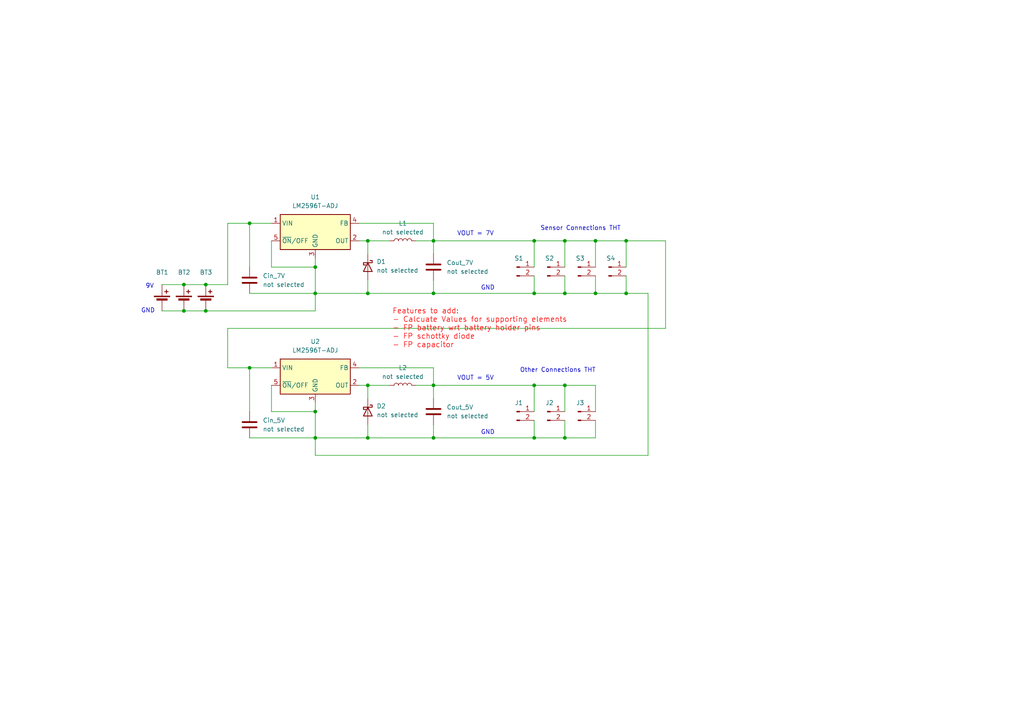
<source format=kicad_sch>
(kicad_sch (version 20231120) (generator "eeschema") (generator_version "8.0")
  (paper "A4")
  (lib_symbols
    (symbol "Connector:Conn_01x02_Pin" (pin_names (offset 1.016) hide)
      (property "Reference" "J" (at 0 2.54 0))
      (property "Value" "Conn_01x02_Pin" (at 0 -5.08 0))
      (symbol "Conn_01x02_Pin_1_1"
        (polyline (pts (xy 1.27 -2.54) (xy 0.8636 -2.54)) (stroke (width 0.1524)))
        (polyline (pts (xy 1.27 0) (xy 0.8636 0)) (stroke (width 0.1524)))
        (rectangle (start 0.8636 -2.413) (end 0 -2.667) (stroke (width 0.1524)) (fill (type outline)))
        (rectangle (start 0.8636 0.127) (end 0 -0.127) (stroke (width 0.1524)) (fill (type outline)))
        (pin passive line (at 5.08 0 180) (length 3.81) (name "Pin_1") (number "1"))
        (pin passive line (at 5.08 -2.54 180) (length 3.81) (name "Pin_2") (number "2"))
      )
    )
    (symbol "Device:Battery_Cell" (pin_numbers hide) (pin_names (offset 0) hide)
      (property "Reference" "BT" (at 2.54 2.54 0))
      (property "Value" "Battery_Cell" (at 2.54 0 0))
      (symbol "Battery_Cell_0_1"
        (rectangle (start -2.286 1.778) (end 2.286 1.524) (fill (type outline)))
        (rectangle (start -1.524 1.016) (end 1.524 0.508) (fill (type outline)))
        (polyline (pts (xy 0 0.762) (xy 0 0)))
        (polyline (pts (xy 0 1.778) (xy 0 2.54)))
        (polyline (pts (xy 0.762 3.048) (xy 1.778 3.048)) (stroke (width 0.254)))
        (polyline (pts (xy 1.27 3.556) (xy 1.27 2.54)) (stroke (width 0.254)))
      )
      (symbol "Battery_Cell_1_1"
        (pin passive line (at 0 5.08 270) (length 2.54) (name "+") (number "1"))
        (pin passive line (at 0 -2.54 90) (length 2.54) (name "-") (number "2"))
      )
    )
    (symbol "Device:C" (pin_numbers hide) (pin_names (offset 0.254))
      (property "Reference" "C" (at 0.635 2.54 0))
      (property "Value" "C" (at 0.635 -2.54 0))
      (symbol "C_0_1"
        (polyline (pts (xy -2.032 -0.762) (xy 2.032 -0.762)) (stroke (width 0.508)))
        (polyline (pts (xy -2.032 0.762) (xy 2.032 0.762)) (stroke (width 0.508)))
      )
      (symbol "C_1_1"
        (pin passive line (at 0 3.81 270) (length 2.794) (name "~") (number "1"))
        (pin passive line (at 0 -3.81 90) (length 2.794) (name "~") (number "2"))
      )
    )
    (symbol "Device:D_Schottky" (pin_numbers hide) (pin_names (offset 1.016) hide)
      (property "Reference" "D" (at 0 2.54 0))
      (property "Value" "D_Schottky" (at 0 -2.54 0))
      (symbol "D_Schottky_0_1"
        (polyline (pts (xy 1.27 0) (xy -1.27 0)))
        (polyline (pts (xy 1.27 1.27) (xy 1.27 -1.27) (xy -1.27 0) (xy 1.27 1.27)) (stroke (width 0.254)))
        (polyline (pts (xy -1.905 0.635) (xy -1.905 1.27) (xy -1.27 1.27) (xy -1.27 -1.27) (xy -0.635 -1.27) (xy -0.635 -0.635)) (stroke (width 0.254)))
      )
      (symbol "D_Schottky_1_1"
        (pin passive line (at -3.81 0 0) (length 2.54) (name "K") (number "1"))
        (pin passive line (at 3.81 0 180) (length 2.54) (name "A") (number "2"))
      )
    )
    (symbol "Device:L" (pin_numbers hide) (pin_names (offset 1.016) hide)
      (property "Reference" "L" (at -1.27 0 90))
      (property "Value" "L" (at 1.905 0 90))
      (symbol "L_0_1"
        (arc (start 0 -2.54) (mid 0.6323 -1.905) (end 0 -1.27))
        (arc (start 0 -1.27) (mid 0.6323 -0.635) (end 0 0))
        (arc (start 0 0) (mid 0.6323 0.635) (end 0 1.27))
        (arc (start 0 1.27) (mid 0.6323 1.905) (end 0 2.54))
      )
      (symbol "L_1_1"
        (pin passive line (at 0 3.81 270) (length 1.27) (name "1") (number "1"))
        (pin passive line (at 0 -3.81 90) (length 1.27) (name "2") (number "2"))
      )
    )
    (symbol "Regulator_Switching:LM2596T-ADJ"
      (property "Reference" "U" (at -10.16 6.35 0))
      (property "Value" "LM2596T-ADJ" (at 0 6.35 0))
      (symbol "LM2596T-ADJ_0_1"
        (rectangle (start -10.16 5.08) (end 10.16 -5.08) (stroke (width 0.254)) (fill (type background)))
      )
      (symbol "LM2596T-ADJ_1_1"
        (pin power_in line (at -12.7 2.54 0) (length 2.54) (name "VIN") (number "1"))
        (pin output line (at 12.7 -2.54 180) (length 2.54) (name "OUT") (number "2"))
        (pin power_in line (at 0 -7.62 90) (length 2.54) (name "GND") (number "3"))
        (pin input line (at 12.7 2.54 180) (length 2.54) (name "FB") (number "4"))
        (pin input line (at -12.7 -2.54 0) (length 2.54) (name "~{ON}/OFF") (number "5"))
      )
    )
  )
  (junction (at 154.94 69.85))
  (junction (at 163.83 85.09))
  (junction (at 106.68 69.85))
  (junction (at 154.94 111.76))
  (junction (at 125.73 111.76))
  (junction (at 125.73 127))
  (junction (at 106.68 127))
  (junction (at 163.83 111.76))
  (junction (at 91.44 127))
  (junction (at 72.39 106.68))
  (junction (at 72.39 64.77))
  (junction (at 53.34 90.17))
  (junction (at 106.68 111.76))
  (junction (at 91.44 77.47))
  (junction (at 125.73 69.85))
  (junction (at 181.61 85.09))
  (junction (at 163.83 127))
  (junction (at 125.73 85.09))
  (junction (at 91.44 119.38))
  (junction (at 106.68 85.09))
  (junction (at 181.61 69.85))
  (junction (at 154.94 85.09))
  (junction (at 59.69 90.17))
  (junction (at 172.72 85.09))
  (junction (at 53.34 82.55))
  (junction (at 163.83 69.85))
  (junction (at 91.44 85.09))
  (junction (at 172.72 69.85))
  (junction (at 59.69 82.55))
  (junction (at 154.94 127))
  (wire (pts (xy 172.72 127) (xy 172.72 121.92)))
  (wire (pts (xy 181.61 85.09) (xy 181.61 80.01)))
  (wire (pts (xy 163.83 127) (xy 163.83 121.92)))
  (wire (pts (xy 91.44 85.09) (xy 91.44 90.17)))
  (wire (pts (xy 154.94 69.85) (xy 154.94 77.47)))
  (wire (pts (xy 91.44 119.38) (xy 91.44 127)))
  (wire (pts (xy 120.65 111.76) (xy 125.73 111.76)))
  (wire (pts (xy 91.44 116.84) (xy 91.44 119.38)))
  (wire (pts (xy 91.44 132.08) (xy 187.96 132.08)))
  (wire (pts (xy 46.99 90.17) (xy 53.34 90.17)))
  (wire (pts (xy 172.72 69.85) (xy 172.72 77.47)))
  (wire (pts (xy 78.74 119.38) (xy 91.44 119.38)))
  (wire (pts (xy 125.73 81.28) (xy 125.73 85.09)))
  (wire (pts (xy 193.04 69.85) (xy 181.61 69.85)))
  (wire (pts (xy 125.73 127) (xy 106.68 127)))
  (wire (pts (xy 104.14 64.77) (xy 125.73 64.77)))
  (wire (pts (xy 72.39 64.77) (xy 78.74 64.77)))
  (wire (pts (xy 125.73 123.19) (xy 125.73 127)))
  (wire (pts (xy 91.44 90.17) (xy 59.69 90.17)))
  (wire (pts (xy 125.73 69.85) (xy 154.94 69.85)))
  (wire (pts (xy 125.73 111.76) (xy 154.94 111.76)))
  (wire (pts (xy 78.74 77.47) (xy 91.44 77.47)))
  (wire (pts (xy 154.94 111.76) (xy 163.83 111.76)))
  (wire (pts (xy 125.73 85.09) (xy 154.94 85.09)))
  (wire (pts (xy 163.83 69.85) (xy 172.72 69.85)))
  (wire (pts (xy 66.04 106.68) (xy 66.04 95.25)))
  (wire (pts (xy 66.04 64.77) (xy 66.04 82.55)))
  (wire (pts (xy 53.34 82.55) (xy 59.69 82.55)))
  (wire (pts (xy 46.99 82.55) (xy 53.34 82.55)))
  (wire (pts (xy 53.34 90.17) (xy 59.69 90.17)))
  (wire (pts (xy 106.68 127) (xy 91.44 127)))
  (wire (pts (xy 106.68 81.28) (xy 106.68 85.09)))
  (wire (pts (xy 172.72 85.09) (xy 172.72 80.01)))
  (wire (pts (xy 154.94 80.01) (xy 154.94 85.09)))
  (wire (pts (xy 113.03 69.85) (xy 106.68 69.85)))
  (wire (pts (xy 120.65 69.85) (xy 125.73 69.85)))
  (wire (pts (xy 104.14 69.85) (xy 106.68 69.85)))
  (wire (pts (xy 163.83 111.76) (xy 163.83 119.38)))
  (wire (pts (xy 78.74 111.76) (xy 78.74 119.38)))
  (wire (pts (xy 66.04 64.77) (xy 72.39 64.77)))
  (wire (pts (xy 91.44 127) (xy 91.44 132.08)))
  (wire (pts (xy 125.73 106.68) (xy 125.73 111.76)))
  (wire (pts (xy 193.04 95.25) (xy 193.04 69.85)))
  (wire (pts (xy 72.39 106.68) (xy 78.74 106.68)))
  (wire (pts (xy 163.83 85.09) (xy 163.83 80.01)))
  (wire (pts (xy 163.83 111.76) (xy 172.72 111.76)))
  (wire (pts (xy 125.73 64.77) (xy 125.73 69.85)))
  (wire (pts (xy 106.68 111.76) (xy 106.68 115.57)))
  (wire (pts (xy 66.04 82.55) (xy 59.69 82.55)))
  (wire (pts (xy 106.68 123.19) (xy 106.68 127)))
  (wire (pts (xy 163.83 69.85) (xy 163.83 77.47)))
  (wire (pts (xy 113.03 111.76) (xy 106.68 111.76)))
  (wire (pts (xy 154.94 121.92) (xy 154.94 127)))
  (wire (pts (xy 172.72 69.85) (xy 181.61 69.85)))
  (wire (pts (xy 66.04 95.25) (xy 193.04 95.25)))
  (wire (pts (xy 72.39 85.09) (xy 91.44 85.09)))
  (wire (pts (xy 163.83 85.09) (xy 172.72 85.09)))
  (wire (pts (xy 72.39 64.77) (xy 72.39 77.47)))
  (wire (pts (xy 154.94 85.09) (xy 163.83 85.09)))
  (wire (pts (xy 172.72 85.09) (xy 181.61 85.09)))
  (wire (pts (xy 172.72 111.76) (xy 172.72 119.38)))
  (wire (pts (xy 154.94 127) (xy 163.83 127)))
  (wire (pts (xy 106.68 85.09) (xy 91.44 85.09)))
  (wire (pts (xy 154.94 69.85) (xy 163.83 69.85)))
  (wire (pts (xy 104.14 106.68) (xy 125.73 106.68)))
  (wire (pts (xy 91.44 77.47) (xy 91.44 85.09)))
  (wire (pts (xy 125.73 111.76) (xy 125.73 115.57)))
  (wire (pts (xy 181.61 69.85) (xy 181.61 77.47)))
  (wire (pts (xy 66.04 106.68) (xy 72.39 106.68)))
  (wire (pts (xy 72.39 106.68) (xy 72.39 119.38)))
  (wire (pts (xy 187.96 85.09) (xy 181.61 85.09)))
  (wire (pts (xy 91.44 74.93) (xy 91.44 77.47)))
  (wire (pts (xy 125.73 69.85) (xy 125.73 73.66)))
  (wire (pts (xy 72.39 127) (xy 91.44 127)))
  (wire (pts (xy 163.83 127) (xy 172.72 127)))
  (wire (pts (xy 125.73 127) (xy 154.94 127)))
  (wire (pts (xy 187.96 85.09) (xy 187.96 132.08)))
  (wire (pts (xy 125.73 85.09) (xy 106.68 85.09)))
  (wire (pts (xy 104.14 111.76) (xy 106.68 111.76)))
  (wire (pts (xy 78.74 69.85) (xy 78.74 77.47)))
  (wire (pts (xy 106.68 69.85) (xy 106.68 73.66)))
  (wire (pts (xy 154.94 111.76) (xy 154.94 119.38)))
  (text "GND" (at 141.478 125.476 0) (effects (font (size 1.27 1.27))))
  (text "Sensor Connections THT" (at 168.402 66.294 0) (effects (font (size 1.27 1.27))))
  (text "Other Connections THT" (at 161.798 107.442 0) (effects (font (size 1.27 1.27))))
  (text "Features to add: \n- Calcuate Values for supporting elements\n- FP battery wrt battery holder pins\n- FP schottky diode\n- FP capacitor" (at 113.792 95.25 0) (effects (font (size 1.524 1.524)) (justify left)))
  (text "GND" (at 42.926 90.17 0) (effects (font (size 1.27 1.27))))
  (text "VOUT = 7V" (at 137.922 67.818 0) (effects (font (size 1.27 1.27))))
  (text "VOUT = 5V" (at 137.922 109.728 0) (effects (font (size 1.27 1.27))))
  (text "9V" (at 43.434 83.058 0) (effects (font (size 1.27 1.27))))
  (text "GND" (at 141.478 83.566 0) (effects (font (size 1.27 1.27))))
  (symbol (lib_id "Connector:Conn_01x02_Pin") (at 149.86 77.47 0) (unit 1)
    (property "Reference" "S1" (at 150.495 74.93 0))
    (property "Value" "Conn_01x02_Pin" (effects (hide yes)))
    (property "Footprint" "mylibrary:External_Connection_2pin" (effects (hide yes)))
    (property "Description" "Generic connector, single row, 01x02, script generated" (effects (hide yes)))
  )
  (symbol (lib_id "Connector:Conn_01x02_Pin") (at 167.64 77.47 0) (unit 1)
    (property "Reference" "S3" (at 168.275 74.93 0))
    (property "Value" "Conn_01x02_Pin" (effects (hide yes)))
    (property "Footprint" "mylibrary:External_Connection_2pin" (effects (hide yes)))
    (property "Description" "Generic connector, single row, 01x02, script generated" (effects (hide yes)))
  )
  (symbol (lib_id "Connector:Conn_01x02_Pin") (at 158.75 77.47 0) (unit 1)
    (property "Reference" "S2" (at 159.385 74.93 0))
    (property "Value" "Conn_01x02_Pin" (effects (hide yes)))
    (property "Footprint" "mylibrary:External_Connection_2pin" (effects (hide yes)))
    (property "Description" "Generic connector, single row, 01x02, script generated" (effects (hide yes)))
  )
  (symbol (lib_id "Device:Battery_Cell") (at 53.34 87.63 0) (unit 1)
    (property "Reference" "BT2" (at 51.562 78.994 0) (effects (justify left)))
    (property "Value" "9V" (effects (hide yes)))
    (property "Description" "Single-cell battery" (effects (hide yes)))
  )
  (symbol (lib_id "Device:C") (at 72.39 123.19 0) (unit 1)
    (property "Reference" "Cin_5V" (at 76.2 121.9199 0) (effects (justify left)))
    (property "Value" "not selected" (at 76.2 124.4599 0) (effects (justify left)))
    (property "Description" "Unpolarized capacitor" (effects (hide yes)))
  )
  (symbol (lib_id "Device:L") (at 116.84 111.76 90) (unit 1)
    (property "Reference" "L2" (at 116.84 106.68 90))
    (property "Value" "not selected" (at 116.84 109.22 90))
    (property "Description" "Inductor" (effects (hide yes)))
  )
  (symbol (lib_id "Device:C") (at 125.73 77.47 0) (unit 1)
    (property "Reference" "Cout_7V" (at 129.54 76.1999 0) (effects (justify left)))
    (property "Value" "not selected" (at 129.54 78.7399 0) (effects (justify left)))
    (property "Description" "Unpolarized capacitor" (effects (hide yes)))
  )
  (symbol (lib_id "Device:Battery_Cell") (at 59.69 87.63 0) (unit 1)
    (property "Reference" "BT3" (at 57.912 78.994 0) (effects (justify left)))
    (property "Value" "9V" (effects (hide yes)))
    (property "Description" "Single-cell battery" (effects (hide yes)))
  )
  (symbol (lib_id "Device:L") (at 116.84 69.85 90) (unit 1)
    (property "Reference" "L1" (at 116.84 64.77 90))
    (property "Value" "not selected" (at 116.84 67.31 90))
    (property "Description" "Inductor" (effects (hide yes)))
  )
  (symbol (lib_id "Connector:Conn_01x02_Pin") (at 158.75 119.38 0) (unit 1)
    (property "Reference" "J2" (at 159.385 116.84 0))
    (property "Value" "Conn_01x02_Pin" (effects (hide yes)))
    (property "Footprint" "mylibrary:External_Connection_2pin" (effects (hide yes)))
    (property "Description" "Generic connector, single row, 01x02, script generated" (effects (hide yes)))
  )
  (symbol (lib_id "Device:D_Schottky") (at 106.68 119.38 270) (unit 1)
    (property "Reference" "D2" (at 109.22 117.7924 90) (effects (justify left)))
    (property "Value" "not selected" (at 109.22 120.3324 90) (effects (justify left)))
    (property "Description" "Schottky diode" (effects (hide yes)))
  )
  (symbol (lib_id "Regulator_Switching:LM2596T-ADJ") (at 91.44 67.31 0) (unit 1)
    (property "Reference" "U1" (at 91.44 57.15 0))
    (property "Value" "LM2596T-ADJ" (at 91.44 59.69 0))
    (property "Footprint" "Package_TO_SOT_THT:TO-220-5_P3.4x3.7mm_StaggerOdd_Lead3.8mm_Vertical" (effects (hide yes)))
    (property "Datasheet" "http://www.ti.com/lit/ds/symlink/lm2596.pdf" (effects (hide yes)))
    (property "Description" "Adjustable 3A 150kHz Step-Down Voltage Regulator, TO-220" (effects (hide yes)))
  )
  (symbol (lib_id "Regulator_Switching:LM2596T-ADJ") (at 91.44 109.22 0) (unit 1)
    (property "Reference" "U2" (at 91.44 99.06 0))
    (property "Value" "LM2596T-ADJ" (at 91.44 101.6 0))
    (property "Footprint" "Package_TO_SOT_THT:TO-220-5_P3.4x3.7mm_StaggerOdd_Lead3.8mm_Vertical" (effects (hide yes)))
    (property "Datasheet" "http://www.ti.com/lit/ds/symlink/lm2596.pdf" (effects (hide yes)))
    (property "Description" "Adjustable 3A 150kHz Step-Down Voltage Regulator, TO-220" (effects (hide yes)))
  )
  (symbol (lib_id "Connector:Conn_01x02_Pin") (at 149.86 119.38 0) (unit 1)
    (property "Reference" "J1" (at 150.495 116.84 0))
    (property "Value" "Conn_01x02_Pin" (effects (hide yes)))
    (property "Footprint" "mylibrary:External_Connection_2pin" (effects (hide yes)))
    (property "Description" "Generic connector, single row, 01x02, script generated" (effects (hide yes)))
  )
  (symbol (lib_id "Connector:Conn_01x02_Pin") (at 167.64 119.38 0) (unit 1)
    (property "Reference" "J3" (at 168.275 116.84 0))
    (property "Value" "Conn_01x02_Pin" (effects (hide yes)))
    (property "Footprint" "mylibrary:External_Connection_2pin" (effects (hide yes)))
    (property "Description" "Generic connector, single row, 01x02, script generated" (effects (hide yes)))
  )
  (symbol (lib_id "Device:Battery_Cell") (at 46.99 87.63 0) (unit 1)
    (property "Reference" "BT1" (at 45.212 78.994 0) (effects (justify left)))
    (property "Value" "9V" (effects (hide yes)))
    (property "Description" "Single-cell battery" (effects (hide yes)))
  )
  (symbol (lib_id "Connector:Conn_01x02_Pin") (at 176.53 77.47 0) (unit 1)
    (property "Reference" "S4" (at 177.165 74.93 0))
    (property "Value" "Conn_01x02_Pin" (effects (hide yes)))
    (property "Footprint" "mylibrary:External_Connection_2pin" (effects (hide yes)))
    (property "Description" "Generic connector, single row, 01x02, script generated" (effects (hide yes)))
  )
  (symbol (lib_id "Device:D_Schottky") (at 106.68 77.47 270) (unit 1)
    (property "Reference" "D1" (at 109.22 75.8824 90) (effects (justify left)))
    (property "Value" "not selected" (at 109.22 78.4224 90) (effects (justify left)))
    (property "Description" "Schottky diode" (effects (hide yes)))
  )
  (symbol (lib_id "Device:C") (at 72.39 81.28 0) (unit 1)
    (property "Reference" "Cin_7V" (at 76.2 80.0099 0) (effects (justify left)))
    (property "Value" "not selected" (at 76.2 82.5499 0) (effects (justify left)))
    (property "Description" "Unpolarized capacitor" (effects (hide yes)))
  )
  (symbol (lib_id "Device:C") (at 125.73 119.38 0) (unit 1)
    (property "Reference" "Cout_5V" (at 129.54 118.1099 0) (effects (justify left)))
    (property "Value" "not selected" (at 129.54 120.6499 0) (effects (justify left)))
    (property "Description" "Unpolarized capacitor" (effects (hide yes)))
  )
)
</source>
